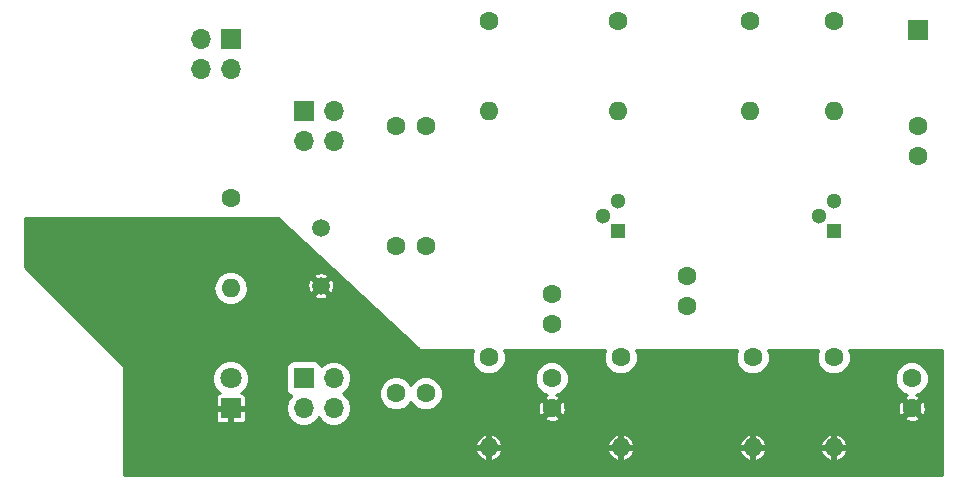
<source format=gbr>
G04 #@! TF.GenerationSoftware,KiCad,Pcbnew,(5.0.0)*
G04 #@! TF.CreationDate,2018-11-05T16:41:37+01:00*
G04 #@! TF.ProjectId,RF_transmitter,52465F7472616E736D69747465722E6B,rev?*
G04 #@! TF.SameCoordinates,Original*
G04 #@! TF.FileFunction,Copper,L2,Bot,Signal*
G04 #@! TF.FilePolarity,Positive*
%FSLAX46Y46*%
G04 Gerber Fmt 4.6, Leading zero omitted, Abs format (unit mm)*
G04 Created by KiCad (PCBNEW (5.0.0)) date 11/05/18 16:41:37*
%MOMM*%
%LPD*%
G01*
G04 APERTURE LIST*
G04 #@! TA.AperFunction,ComponentPad*
%ADD10C,1.600000*%
G04 #@! TD*
G04 #@! TA.AperFunction,ComponentPad*
%ADD11R,1.800000X1.800000*%
G04 #@! TD*
G04 #@! TA.AperFunction,ComponentPad*
%ADD12C,1.800000*%
G04 #@! TD*
G04 #@! TA.AperFunction,ComponentPad*
%ADD13R,1.700000X1.700000*%
G04 #@! TD*
G04 #@! TA.AperFunction,ComponentPad*
%ADD14O,1.700000X1.700000*%
G04 #@! TD*
G04 #@! TA.AperFunction,ComponentPad*
%ADD15R,1.300000X1.300000*%
G04 #@! TD*
G04 #@! TA.AperFunction,ComponentPad*
%ADD16C,1.300000*%
G04 #@! TD*
G04 #@! TA.AperFunction,ComponentPad*
%ADD17O,1.600000X1.600000*%
G04 #@! TD*
G04 #@! TA.AperFunction,ComponentPad*
%ADD18C,1.500000*%
G04 #@! TD*
G04 #@! TA.AperFunction,Conductor*
%ADD19C,0.254000*%
G04 #@! TD*
G04 APERTURE END LIST*
D10*
G04 #@! TO.P,C1,1*
G04 #@! TO.N,Net-(C1-Pad1)*
X84328000Y-69552079D03*
G04 #@! TO.P,C1,2*
G04 #@! TO.N,Net-(C1-Pad2)*
X81828000Y-69552079D03*
G04 #@! TD*
G04 #@! TO.P,C2,2*
G04 #@! TO.N,Net-(C2-Pad2)*
X81828000Y-92197000D03*
G04 #@! TO.P,C2,1*
G04 #@! TO.N,Net-(C1-Pad1)*
X84328000Y-92197000D03*
G04 #@! TD*
G04 #@! TO.P,C3,1*
G04 #@! TO.N,Net-(C1-Pad1)*
X84328000Y-79756000D03*
G04 #@! TO.P,C3,2*
G04 #@! TO.N,Net-(C3-Pad2)*
X81828000Y-79756000D03*
G04 #@! TD*
G04 #@! TO.P,C4,2*
G04 #@! TO.N,Net-(C4-Pad2)*
X94996000Y-86320000D03*
G04 #@! TO.P,C4,1*
G04 #@! TO.N,Net-(C1-Pad1)*
X94996000Y-83820000D03*
G04 #@! TD*
G04 #@! TO.P,C5,1*
G04 #@! TO.N,Net-(C4-Pad2)*
X94996000Y-90947000D03*
G04 #@! TO.P,C5,2*
G04 #@! TO.N,GND*
X94996000Y-93447000D03*
G04 #@! TD*
G04 #@! TO.P,C6,1*
G04 #@! TO.N,Net-(C6-Pad1)*
X106426000Y-82296000D03*
G04 #@! TO.P,C6,2*
G04 #@! TO.N,Net-(C4-Pad2)*
X106426000Y-84796000D03*
G04 #@! TD*
G04 #@! TO.P,C7,2*
G04 #@! TO.N,Net-(C7-Pad2)*
X125984000Y-72096000D03*
G04 #@! TO.P,C7,1*
G04 #@! TO.N,Net-(C7-Pad1)*
X125984000Y-69596000D03*
G04 #@! TD*
G04 #@! TO.P,C8,2*
G04 #@! TO.N,GND*
X125476000Y-93447000D03*
G04 #@! TO.P,C8,1*
G04 #@! TO.N,Net-(C8-Pad1)*
X125476000Y-90947000D03*
G04 #@! TD*
D11*
G04 #@! TO.P,D1,1*
G04 #@! TO.N,GND*
X67818000Y-93472000D03*
D12*
G04 #@! TO.P,D1,2*
G04 #@! TO.N,Net-(D1-Pad2)*
X67818000Y-90932000D03*
G04 #@! TD*
D13*
G04 #@! TO.P,J1,1*
G04 #@! TO.N,/VDD_3V0*
X67818000Y-62230000D03*
D14*
G04 #@! TO.P,J1,2*
G04 #@! TO.N,/VDD_3V0_IN*
X67818000Y-64770000D03*
G04 #@! TO.P,J1,3*
G04 #@! TO.N,/VDD_3V0*
X65278000Y-62230000D03*
G04 #@! TO.P,J1,4*
G04 #@! TO.N,/VDD_3V0_IN*
X65278000Y-64770000D03*
G04 #@! TD*
D13*
G04 #@! TO.P,J2,1*
G04 #@! TO.N,Net-(C7-Pad1)*
X125984000Y-61456000D03*
G04 #@! TD*
D15*
G04 #@! TO.P,Q1,1*
G04 #@! TO.N,Net-(C4-Pad2)*
X100584000Y-78486000D03*
D16*
G04 #@! TO.P,Q1,3*
G04 #@! TO.N,Net-(Q1-Pad3)*
X100584000Y-75946000D03*
G04 #@! TO.P,Q1,2*
G04 #@! TO.N,Net-(C1-Pad1)*
X99314000Y-77216000D03*
G04 #@! TD*
G04 #@! TO.P,Q2,2*
G04 #@! TO.N,Net-(C6-Pad1)*
X117602000Y-77216000D03*
G04 #@! TO.P,Q2,3*
G04 #@! TO.N,Net-(C7-Pad2)*
X118872000Y-75946000D03*
D15*
G04 #@! TO.P,Q2,1*
G04 #@! TO.N,Net-(C8-Pad1)*
X118872000Y-78486000D03*
G04 #@! TD*
D10*
G04 #@! TO.P,R1,1*
G04 #@! TO.N,/VDD_3V0_IN*
X67818000Y-75692000D03*
D17*
G04 #@! TO.P,R1,2*
G04 #@! TO.N,Net-(D1-Pad2)*
X67818000Y-83312000D03*
G04 #@! TD*
G04 #@! TO.P,R2,2*
G04 #@! TO.N,Net-(C1-Pad1)*
X89662000Y-68326000D03*
D10*
G04 #@! TO.P,R2,1*
G04 #@! TO.N,/VDD_3V0_IN*
X89662000Y-60706000D03*
G04 #@! TD*
G04 #@! TO.P,R3,1*
G04 #@! TO.N,Net-(C1-Pad1)*
X89662000Y-89154000D03*
D17*
G04 #@! TO.P,R3,2*
G04 #@! TO.N,GND*
X89662000Y-96774000D03*
G04 #@! TD*
G04 #@! TO.P,R4,2*
G04 #@! TO.N,Net-(Q1-Pad3)*
X100584000Y-68326000D03*
D10*
G04 #@! TO.P,R4,1*
G04 #@! TO.N,/VDD_3V0_IN*
X100584000Y-60706000D03*
G04 #@! TD*
G04 #@! TO.P,R5,1*
G04 #@! TO.N,Net-(C4-Pad2)*
X100838000Y-89154000D03*
D17*
G04 #@! TO.P,R5,2*
G04 #@! TO.N,GND*
X100838000Y-96774000D03*
G04 #@! TD*
G04 #@! TO.P,R6,2*
G04 #@! TO.N,Net-(C6-Pad1)*
X111760000Y-68326000D03*
D10*
G04 #@! TO.P,R6,1*
G04 #@! TO.N,/VDD_3V0_IN*
X111760000Y-60706000D03*
G04 #@! TD*
G04 #@! TO.P,R7,1*
G04 #@! TO.N,Net-(C6-Pad1)*
X112014000Y-89154000D03*
D17*
G04 #@! TO.P,R7,2*
G04 #@! TO.N,GND*
X112014000Y-96774000D03*
G04 #@! TD*
D10*
G04 #@! TO.P,R8,1*
G04 #@! TO.N,/VDD_3V0_IN*
X118872000Y-60706000D03*
D17*
G04 #@! TO.P,R8,2*
G04 #@! TO.N,Net-(C7-Pad2)*
X118872000Y-68326000D03*
G04 #@! TD*
G04 #@! TO.P,R9,2*
G04 #@! TO.N,GND*
X118872000Y-96774000D03*
D10*
G04 #@! TO.P,R9,1*
G04 #@! TO.N,Net-(C8-Pad1)*
X118872000Y-89154000D03*
G04 #@! TD*
D13*
G04 #@! TO.P,SW1,1*
G04 #@! TO.N,Net-(C3-Pad2)*
X73995000Y-68277079D03*
D14*
G04 #@! TO.P,SW1,2*
G04 #@! TO.N,Net-(C1-Pad2)*
X76535000Y-68277079D03*
G04 #@! TO.P,SW1,3*
G04 #@! TO.N,Net-(C3-Pad2)*
X73995000Y-70817079D03*
G04 #@! TO.P,SW1,4*
G04 #@! TO.N,Net-(C1-Pad2)*
X76535000Y-70817079D03*
G04 #@! TD*
G04 #@! TO.P,SW2,4*
G04 #@! TO.N,Net-(C2-Pad2)*
X76535000Y-93462000D03*
G04 #@! TO.P,SW2,3*
G04 #@! TO.N,Net-(C3-Pad2)*
X73995000Y-93462000D03*
G04 #@! TO.P,SW2,2*
G04 #@! TO.N,Net-(C2-Pad2)*
X76535000Y-90922000D03*
D13*
G04 #@! TO.P,SW2,1*
G04 #@! TO.N,Net-(C3-Pad2)*
X73995000Y-90922000D03*
G04 #@! TD*
D18*
G04 #@! TO.P,Y1,1*
G04 #@! TO.N,Net-(C3-Pad2)*
X75438000Y-78232000D03*
G04 #@! TO.P,Y1,2*
G04 #@! TO.N,GND*
X75438000Y-83112000D03*
G04 #@! TD*
D19*
G04 #@! TO.N,GND*
G36*
X83733205Y-88484713D02*
X83775292Y-88510870D01*
X83820000Y-88519000D01*
X88371793Y-88519000D01*
X88227000Y-88868561D01*
X88227000Y-89439439D01*
X88445466Y-89966862D01*
X88849138Y-90370534D01*
X89376561Y-90589000D01*
X89947439Y-90589000D01*
X90474862Y-90370534D01*
X90878534Y-89966862D01*
X91097000Y-89439439D01*
X91097000Y-88868561D01*
X90952207Y-88519000D01*
X99547793Y-88519000D01*
X99403000Y-88868561D01*
X99403000Y-89439439D01*
X99621466Y-89966862D01*
X100025138Y-90370534D01*
X100552561Y-90589000D01*
X101123439Y-90589000D01*
X101650862Y-90370534D01*
X102054534Y-89966862D01*
X102273000Y-89439439D01*
X102273000Y-88868561D01*
X102128207Y-88519000D01*
X110723793Y-88519000D01*
X110579000Y-88868561D01*
X110579000Y-89439439D01*
X110797466Y-89966862D01*
X111201138Y-90370534D01*
X111728561Y-90589000D01*
X112299439Y-90589000D01*
X112826862Y-90370534D01*
X113230534Y-89966862D01*
X113449000Y-89439439D01*
X113449000Y-88868561D01*
X113304207Y-88519000D01*
X117581793Y-88519000D01*
X117437000Y-88868561D01*
X117437000Y-89439439D01*
X117655466Y-89966862D01*
X118059138Y-90370534D01*
X118586561Y-90589000D01*
X119157439Y-90589000D01*
X119684862Y-90370534D01*
X120088534Y-89966862D01*
X120307000Y-89439439D01*
X120307000Y-88868561D01*
X120162207Y-88519000D01*
X128068000Y-88519000D01*
X128068000Y-99112000D01*
X58750328Y-99112000D01*
X58750328Y-97082487D01*
X88526134Y-97082487D01*
X88730650Y-97493682D01*
X89076955Y-97795312D01*
X89353515Y-97909855D01*
X89535000Y-97849276D01*
X89535000Y-96901000D01*
X89789000Y-96901000D01*
X89789000Y-97849276D01*
X89970485Y-97909855D01*
X90247045Y-97795312D01*
X90593350Y-97493682D01*
X90797866Y-97082487D01*
X99702134Y-97082487D01*
X99906650Y-97493682D01*
X100252955Y-97795312D01*
X100529515Y-97909855D01*
X100711000Y-97849276D01*
X100711000Y-96901000D01*
X100965000Y-96901000D01*
X100965000Y-97849276D01*
X101146485Y-97909855D01*
X101423045Y-97795312D01*
X101769350Y-97493682D01*
X101973866Y-97082487D01*
X110878134Y-97082487D01*
X111082650Y-97493682D01*
X111428955Y-97795312D01*
X111705515Y-97909855D01*
X111887000Y-97849276D01*
X111887000Y-96901000D01*
X112141000Y-96901000D01*
X112141000Y-97849276D01*
X112322485Y-97909855D01*
X112599045Y-97795312D01*
X112945350Y-97493682D01*
X113149866Y-97082487D01*
X117736134Y-97082487D01*
X117940650Y-97493682D01*
X118286955Y-97795312D01*
X118563515Y-97909855D01*
X118745000Y-97849276D01*
X118745000Y-96901000D01*
X118999000Y-96901000D01*
X118999000Y-97849276D01*
X119180485Y-97909855D01*
X119457045Y-97795312D01*
X119803350Y-97493682D01*
X120007866Y-97082487D01*
X119947890Y-96901000D01*
X118999000Y-96901000D01*
X118745000Y-96901000D01*
X117796110Y-96901000D01*
X117736134Y-97082487D01*
X113149866Y-97082487D01*
X113089890Y-96901000D01*
X112141000Y-96901000D01*
X111887000Y-96901000D01*
X110938110Y-96901000D01*
X110878134Y-97082487D01*
X101973866Y-97082487D01*
X101913890Y-96901000D01*
X100965000Y-96901000D01*
X100711000Y-96901000D01*
X99762110Y-96901000D01*
X99702134Y-97082487D01*
X90797866Y-97082487D01*
X90737890Y-96901000D01*
X89789000Y-96901000D01*
X89535000Y-96901000D01*
X88586110Y-96901000D01*
X88526134Y-97082487D01*
X58750328Y-97082487D01*
X58750328Y-96465513D01*
X88526134Y-96465513D01*
X88586110Y-96647000D01*
X89535000Y-96647000D01*
X89535000Y-95698724D01*
X89789000Y-95698724D01*
X89789000Y-96647000D01*
X90737890Y-96647000D01*
X90797866Y-96465513D01*
X99702134Y-96465513D01*
X99762110Y-96647000D01*
X100711000Y-96647000D01*
X100711000Y-95698724D01*
X100965000Y-95698724D01*
X100965000Y-96647000D01*
X101913890Y-96647000D01*
X101973866Y-96465513D01*
X110878134Y-96465513D01*
X110938110Y-96647000D01*
X111887000Y-96647000D01*
X111887000Y-95698724D01*
X112141000Y-95698724D01*
X112141000Y-96647000D01*
X113089890Y-96647000D01*
X113149866Y-96465513D01*
X117736134Y-96465513D01*
X117796110Y-96647000D01*
X118745000Y-96647000D01*
X118745000Y-95698724D01*
X118999000Y-95698724D01*
X118999000Y-96647000D01*
X119947890Y-96647000D01*
X120007866Y-96465513D01*
X119803350Y-96054318D01*
X119457045Y-95752688D01*
X119180485Y-95638145D01*
X118999000Y-95698724D01*
X118745000Y-95698724D01*
X118563515Y-95638145D01*
X118286955Y-95752688D01*
X117940650Y-96054318D01*
X117736134Y-96465513D01*
X113149866Y-96465513D01*
X112945350Y-96054318D01*
X112599045Y-95752688D01*
X112322485Y-95638145D01*
X112141000Y-95698724D01*
X111887000Y-95698724D01*
X111705515Y-95638145D01*
X111428955Y-95752688D01*
X111082650Y-96054318D01*
X110878134Y-96465513D01*
X101973866Y-96465513D01*
X101769350Y-96054318D01*
X101423045Y-95752688D01*
X101146485Y-95638145D01*
X100965000Y-95698724D01*
X100711000Y-95698724D01*
X100529515Y-95638145D01*
X100252955Y-95752688D01*
X99906650Y-96054318D01*
X99702134Y-96465513D01*
X90797866Y-96465513D01*
X90593350Y-96054318D01*
X90247045Y-95752688D01*
X89970485Y-95638145D01*
X89789000Y-95698724D01*
X89535000Y-95698724D01*
X89353515Y-95638145D01*
X89076955Y-95752688D01*
X88730650Y-96054318D01*
X88526134Y-96465513D01*
X58750328Y-96465513D01*
X58750328Y-93693250D01*
X66541000Y-93693250D01*
X66541000Y-94446990D01*
X66598395Y-94585553D01*
X66704447Y-94691605D01*
X66843010Y-94749000D01*
X67596750Y-94749000D01*
X67691000Y-94654750D01*
X67691000Y-93599000D01*
X67945000Y-93599000D01*
X67945000Y-94654750D01*
X68039250Y-94749000D01*
X68792990Y-94749000D01*
X68931553Y-94691605D01*
X69037605Y-94585553D01*
X69095000Y-94446990D01*
X69095000Y-93693250D01*
X69000750Y-93599000D01*
X67945000Y-93599000D01*
X67691000Y-93599000D01*
X66635250Y-93599000D01*
X66541000Y-93693250D01*
X58750328Y-93693250D01*
X58750328Y-93462000D01*
X72480908Y-93462000D01*
X72596161Y-94041418D01*
X72924375Y-94532625D01*
X73415582Y-94860839D01*
X73848744Y-94947000D01*
X74141256Y-94947000D01*
X74574418Y-94860839D01*
X75065625Y-94532625D01*
X75265000Y-94234239D01*
X75464375Y-94532625D01*
X75955582Y-94860839D01*
X76388744Y-94947000D01*
X76681256Y-94947000D01*
X77114418Y-94860839D01*
X77605625Y-94532625D01*
X77752003Y-94313554D01*
X94309051Y-94313554D01*
X94397329Y-94487065D01*
X94840916Y-94636996D01*
X95308113Y-94605761D01*
X95594671Y-94487065D01*
X95682949Y-94313554D01*
X124789051Y-94313554D01*
X124877329Y-94487065D01*
X125320916Y-94636996D01*
X125788113Y-94605761D01*
X126074671Y-94487065D01*
X126162949Y-94313554D01*
X125476000Y-93626605D01*
X124789051Y-94313554D01*
X95682949Y-94313554D01*
X94996000Y-93626605D01*
X94309051Y-94313554D01*
X77752003Y-94313554D01*
X77933839Y-94041418D01*
X78049092Y-93462000D01*
X77933839Y-92882582D01*
X77605625Y-92391375D01*
X77307239Y-92192000D01*
X77605625Y-91992625D01*
X77659790Y-91911561D01*
X80393000Y-91911561D01*
X80393000Y-92482439D01*
X80611466Y-93009862D01*
X81015138Y-93413534D01*
X81542561Y-93632000D01*
X82113439Y-93632000D01*
X82640862Y-93413534D01*
X83044534Y-93009862D01*
X83078000Y-92929068D01*
X83111466Y-93009862D01*
X83515138Y-93413534D01*
X84042561Y-93632000D01*
X84613439Y-93632000D01*
X85140862Y-93413534D01*
X85262480Y-93291916D01*
X93806004Y-93291916D01*
X93837239Y-93759113D01*
X93955935Y-94045671D01*
X94129446Y-94133949D01*
X94816395Y-93447000D01*
X95175605Y-93447000D01*
X95862554Y-94133949D01*
X96036065Y-94045671D01*
X96185996Y-93602084D01*
X96165260Y-93291916D01*
X124286004Y-93291916D01*
X124317239Y-93759113D01*
X124435935Y-94045671D01*
X124609446Y-94133949D01*
X125296395Y-93447000D01*
X125655605Y-93447000D01*
X126342554Y-94133949D01*
X126516065Y-94045671D01*
X126665996Y-93602084D01*
X126634761Y-93134887D01*
X126516065Y-92848329D01*
X126342554Y-92760051D01*
X125655605Y-93447000D01*
X125296395Y-93447000D01*
X124609446Y-92760051D01*
X124435935Y-92848329D01*
X124286004Y-93291916D01*
X96165260Y-93291916D01*
X96154761Y-93134887D01*
X96036065Y-92848329D01*
X95862554Y-92760051D01*
X95175605Y-93447000D01*
X94816395Y-93447000D01*
X94129446Y-92760051D01*
X93955935Y-92848329D01*
X93806004Y-93291916D01*
X85262480Y-93291916D01*
X85544534Y-93009862D01*
X85763000Y-92482439D01*
X85763000Y-91911561D01*
X85544534Y-91384138D01*
X85140862Y-90980466D01*
X84613439Y-90762000D01*
X84042561Y-90762000D01*
X83515138Y-90980466D01*
X83111466Y-91384138D01*
X83078000Y-91464932D01*
X83044534Y-91384138D01*
X82640862Y-90980466D01*
X82113439Y-90762000D01*
X81542561Y-90762000D01*
X81015138Y-90980466D01*
X80611466Y-91384138D01*
X80393000Y-91911561D01*
X77659790Y-91911561D01*
X77933839Y-91501418D01*
X78049092Y-90922000D01*
X77997288Y-90661561D01*
X93561000Y-90661561D01*
X93561000Y-91232439D01*
X93779466Y-91759862D01*
X94183138Y-92163534D01*
X94584044Y-92329595D01*
X94397329Y-92406935D01*
X94309051Y-92580446D01*
X94996000Y-93267395D01*
X95682949Y-92580446D01*
X95594671Y-92406935D01*
X95389037Y-92337431D01*
X95808862Y-92163534D01*
X96212534Y-91759862D01*
X96431000Y-91232439D01*
X96431000Y-90661561D01*
X124041000Y-90661561D01*
X124041000Y-91232439D01*
X124259466Y-91759862D01*
X124663138Y-92163534D01*
X125064044Y-92329595D01*
X124877329Y-92406935D01*
X124789051Y-92580446D01*
X125476000Y-93267395D01*
X126162949Y-92580446D01*
X126074671Y-92406935D01*
X125869037Y-92337431D01*
X126288862Y-92163534D01*
X126692534Y-91759862D01*
X126911000Y-91232439D01*
X126911000Y-90661561D01*
X126692534Y-90134138D01*
X126288862Y-89730466D01*
X125761439Y-89512000D01*
X125190561Y-89512000D01*
X124663138Y-89730466D01*
X124259466Y-90134138D01*
X124041000Y-90661561D01*
X96431000Y-90661561D01*
X96212534Y-90134138D01*
X95808862Y-89730466D01*
X95281439Y-89512000D01*
X94710561Y-89512000D01*
X94183138Y-89730466D01*
X93779466Y-90134138D01*
X93561000Y-90661561D01*
X77997288Y-90661561D01*
X77933839Y-90342582D01*
X77605625Y-89851375D01*
X77114418Y-89523161D01*
X76681256Y-89437000D01*
X76388744Y-89437000D01*
X75955582Y-89523161D01*
X75464375Y-89851375D01*
X75452184Y-89869619D01*
X75443157Y-89824235D01*
X75302809Y-89614191D01*
X75092765Y-89473843D01*
X74845000Y-89424560D01*
X73145000Y-89424560D01*
X72897235Y-89473843D01*
X72687191Y-89614191D01*
X72546843Y-89824235D01*
X72497560Y-90072000D01*
X72497560Y-91772000D01*
X72546843Y-92019765D01*
X72687191Y-92229809D01*
X72897235Y-92370157D01*
X72942619Y-92379184D01*
X72924375Y-92391375D01*
X72596161Y-92882582D01*
X72480908Y-93462000D01*
X58750328Y-93462000D01*
X58750328Y-90626670D01*
X66283000Y-90626670D01*
X66283000Y-91237330D01*
X66516690Y-91801507D01*
X66910183Y-92195000D01*
X66843010Y-92195000D01*
X66704447Y-92252395D01*
X66598395Y-92358447D01*
X66541000Y-92497010D01*
X66541000Y-93250750D01*
X66635250Y-93345000D01*
X67691000Y-93345000D01*
X67691000Y-93325000D01*
X67945000Y-93325000D01*
X67945000Y-93345000D01*
X69000750Y-93345000D01*
X69095000Y-93250750D01*
X69095000Y-92497010D01*
X69037605Y-92358447D01*
X68931553Y-92252395D01*
X68792990Y-92195000D01*
X68725817Y-92195000D01*
X69119310Y-91801507D01*
X69353000Y-91237330D01*
X69353000Y-90626670D01*
X69119310Y-90062493D01*
X68687507Y-89630690D01*
X68123330Y-89397000D01*
X67512670Y-89397000D01*
X66948493Y-89630690D01*
X66516690Y-90062493D01*
X66283000Y-90626670D01*
X58750328Y-90626670D01*
X58750328Y-89916000D01*
X58740661Y-89867399D01*
X58713131Y-89826197D01*
X52198934Y-83312000D01*
X66354887Y-83312000D01*
X66466260Y-83871909D01*
X66783423Y-84346577D01*
X67258091Y-84663740D01*
X67676667Y-84747000D01*
X67959333Y-84747000D01*
X68377909Y-84663740D01*
X68852577Y-84346577D01*
X69122736Y-83942254D01*
X74787351Y-83942254D01*
X74869472Y-84110578D01*
X75294888Y-84252131D01*
X75742091Y-84220111D01*
X76006528Y-84110578D01*
X76088649Y-83942254D01*
X75438000Y-83291605D01*
X74787351Y-83942254D01*
X69122736Y-83942254D01*
X69169740Y-83871909D01*
X69281113Y-83312000D01*
X69212864Y-82968888D01*
X74297869Y-82968888D01*
X74329889Y-83416091D01*
X74439422Y-83680528D01*
X74607746Y-83762649D01*
X75258395Y-83112000D01*
X75617605Y-83112000D01*
X76268254Y-83762649D01*
X76436578Y-83680528D01*
X76578131Y-83255112D01*
X76546111Y-82807909D01*
X76436578Y-82543472D01*
X76268254Y-82461351D01*
X75617605Y-83112000D01*
X75258395Y-83112000D01*
X74607746Y-82461351D01*
X74439422Y-82543472D01*
X74297869Y-82968888D01*
X69212864Y-82968888D01*
X69169740Y-82752091D01*
X68855466Y-82281746D01*
X74787351Y-82281746D01*
X75438000Y-82932395D01*
X76088649Y-82281746D01*
X76006528Y-82113422D01*
X75581112Y-81971869D01*
X75133909Y-82003889D01*
X74869472Y-82113422D01*
X74787351Y-82281746D01*
X68855466Y-82281746D01*
X68852577Y-82277423D01*
X68377909Y-81960260D01*
X67959333Y-81877000D01*
X67676667Y-81877000D01*
X67258091Y-81960260D01*
X66783423Y-82277423D01*
X66466260Y-82752091D01*
X66354887Y-83312000D01*
X52198934Y-83312000D01*
X50368328Y-81481394D01*
X50368328Y-77343000D01*
X71831830Y-77343000D01*
X83733205Y-88484713D01*
X83733205Y-88484713D01*
G37*
X83733205Y-88484713D02*
X83775292Y-88510870D01*
X83820000Y-88519000D01*
X88371793Y-88519000D01*
X88227000Y-88868561D01*
X88227000Y-89439439D01*
X88445466Y-89966862D01*
X88849138Y-90370534D01*
X89376561Y-90589000D01*
X89947439Y-90589000D01*
X90474862Y-90370534D01*
X90878534Y-89966862D01*
X91097000Y-89439439D01*
X91097000Y-88868561D01*
X90952207Y-88519000D01*
X99547793Y-88519000D01*
X99403000Y-88868561D01*
X99403000Y-89439439D01*
X99621466Y-89966862D01*
X100025138Y-90370534D01*
X100552561Y-90589000D01*
X101123439Y-90589000D01*
X101650862Y-90370534D01*
X102054534Y-89966862D01*
X102273000Y-89439439D01*
X102273000Y-88868561D01*
X102128207Y-88519000D01*
X110723793Y-88519000D01*
X110579000Y-88868561D01*
X110579000Y-89439439D01*
X110797466Y-89966862D01*
X111201138Y-90370534D01*
X111728561Y-90589000D01*
X112299439Y-90589000D01*
X112826862Y-90370534D01*
X113230534Y-89966862D01*
X113449000Y-89439439D01*
X113449000Y-88868561D01*
X113304207Y-88519000D01*
X117581793Y-88519000D01*
X117437000Y-88868561D01*
X117437000Y-89439439D01*
X117655466Y-89966862D01*
X118059138Y-90370534D01*
X118586561Y-90589000D01*
X119157439Y-90589000D01*
X119684862Y-90370534D01*
X120088534Y-89966862D01*
X120307000Y-89439439D01*
X120307000Y-88868561D01*
X120162207Y-88519000D01*
X128068000Y-88519000D01*
X128068000Y-99112000D01*
X58750328Y-99112000D01*
X58750328Y-97082487D01*
X88526134Y-97082487D01*
X88730650Y-97493682D01*
X89076955Y-97795312D01*
X89353515Y-97909855D01*
X89535000Y-97849276D01*
X89535000Y-96901000D01*
X89789000Y-96901000D01*
X89789000Y-97849276D01*
X89970485Y-97909855D01*
X90247045Y-97795312D01*
X90593350Y-97493682D01*
X90797866Y-97082487D01*
X99702134Y-97082487D01*
X99906650Y-97493682D01*
X100252955Y-97795312D01*
X100529515Y-97909855D01*
X100711000Y-97849276D01*
X100711000Y-96901000D01*
X100965000Y-96901000D01*
X100965000Y-97849276D01*
X101146485Y-97909855D01*
X101423045Y-97795312D01*
X101769350Y-97493682D01*
X101973866Y-97082487D01*
X110878134Y-97082487D01*
X111082650Y-97493682D01*
X111428955Y-97795312D01*
X111705515Y-97909855D01*
X111887000Y-97849276D01*
X111887000Y-96901000D01*
X112141000Y-96901000D01*
X112141000Y-97849276D01*
X112322485Y-97909855D01*
X112599045Y-97795312D01*
X112945350Y-97493682D01*
X113149866Y-97082487D01*
X117736134Y-97082487D01*
X117940650Y-97493682D01*
X118286955Y-97795312D01*
X118563515Y-97909855D01*
X118745000Y-97849276D01*
X118745000Y-96901000D01*
X118999000Y-96901000D01*
X118999000Y-97849276D01*
X119180485Y-97909855D01*
X119457045Y-97795312D01*
X119803350Y-97493682D01*
X120007866Y-97082487D01*
X119947890Y-96901000D01*
X118999000Y-96901000D01*
X118745000Y-96901000D01*
X117796110Y-96901000D01*
X117736134Y-97082487D01*
X113149866Y-97082487D01*
X113089890Y-96901000D01*
X112141000Y-96901000D01*
X111887000Y-96901000D01*
X110938110Y-96901000D01*
X110878134Y-97082487D01*
X101973866Y-97082487D01*
X101913890Y-96901000D01*
X100965000Y-96901000D01*
X100711000Y-96901000D01*
X99762110Y-96901000D01*
X99702134Y-97082487D01*
X90797866Y-97082487D01*
X90737890Y-96901000D01*
X89789000Y-96901000D01*
X89535000Y-96901000D01*
X88586110Y-96901000D01*
X88526134Y-97082487D01*
X58750328Y-97082487D01*
X58750328Y-96465513D01*
X88526134Y-96465513D01*
X88586110Y-96647000D01*
X89535000Y-96647000D01*
X89535000Y-95698724D01*
X89789000Y-95698724D01*
X89789000Y-96647000D01*
X90737890Y-96647000D01*
X90797866Y-96465513D01*
X99702134Y-96465513D01*
X99762110Y-96647000D01*
X100711000Y-96647000D01*
X100711000Y-95698724D01*
X100965000Y-95698724D01*
X100965000Y-96647000D01*
X101913890Y-96647000D01*
X101973866Y-96465513D01*
X110878134Y-96465513D01*
X110938110Y-96647000D01*
X111887000Y-96647000D01*
X111887000Y-95698724D01*
X112141000Y-95698724D01*
X112141000Y-96647000D01*
X113089890Y-96647000D01*
X113149866Y-96465513D01*
X117736134Y-96465513D01*
X117796110Y-96647000D01*
X118745000Y-96647000D01*
X118745000Y-95698724D01*
X118999000Y-95698724D01*
X118999000Y-96647000D01*
X119947890Y-96647000D01*
X120007866Y-96465513D01*
X119803350Y-96054318D01*
X119457045Y-95752688D01*
X119180485Y-95638145D01*
X118999000Y-95698724D01*
X118745000Y-95698724D01*
X118563515Y-95638145D01*
X118286955Y-95752688D01*
X117940650Y-96054318D01*
X117736134Y-96465513D01*
X113149866Y-96465513D01*
X112945350Y-96054318D01*
X112599045Y-95752688D01*
X112322485Y-95638145D01*
X112141000Y-95698724D01*
X111887000Y-95698724D01*
X111705515Y-95638145D01*
X111428955Y-95752688D01*
X111082650Y-96054318D01*
X110878134Y-96465513D01*
X101973866Y-96465513D01*
X101769350Y-96054318D01*
X101423045Y-95752688D01*
X101146485Y-95638145D01*
X100965000Y-95698724D01*
X100711000Y-95698724D01*
X100529515Y-95638145D01*
X100252955Y-95752688D01*
X99906650Y-96054318D01*
X99702134Y-96465513D01*
X90797866Y-96465513D01*
X90593350Y-96054318D01*
X90247045Y-95752688D01*
X89970485Y-95638145D01*
X89789000Y-95698724D01*
X89535000Y-95698724D01*
X89353515Y-95638145D01*
X89076955Y-95752688D01*
X88730650Y-96054318D01*
X88526134Y-96465513D01*
X58750328Y-96465513D01*
X58750328Y-93693250D01*
X66541000Y-93693250D01*
X66541000Y-94446990D01*
X66598395Y-94585553D01*
X66704447Y-94691605D01*
X66843010Y-94749000D01*
X67596750Y-94749000D01*
X67691000Y-94654750D01*
X67691000Y-93599000D01*
X67945000Y-93599000D01*
X67945000Y-94654750D01*
X68039250Y-94749000D01*
X68792990Y-94749000D01*
X68931553Y-94691605D01*
X69037605Y-94585553D01*
X69095000Y-94446990D01*
X69095000Y-93693250D01*
X69000750Y-93599000D01*
X67945000Y-93599000D01*
X67691000Y-93599000D01*
X66635250Y-93599000D01*
X66541000Y-93693250D01*
X58750328Y-93693250D01*
X58750328Y-93462000D01*
X72480908Y-93462000D01*
X72596161Y-94041418D01*
X72924375Y-94532625D01*
X73415582Y-94860839D01*
X73848744Y-94947000D01*
X74141256Y-94947000D01*
X74574418Y-94860839D01*
X75065625Y-94532625D01*
X75265000Y-94234239D01*
X75464375Y-94532625D01*
X75955582Y-94860839D01*
X76388744Y-94947000D01*
X76681256Y-94947000D01*
X77114418Y-94860839D01*
X77605625Y-94532625D01*
X77752003Y-94313554D01*
X94309051Y-94313554D01*
X94397329Y-94487065D01*
X94840916Y-94636996D01*
X95308113Y-94605761D01*
X95594671Y-94487065D01*
X95682949Y-94313554D01*
X124789051Y-94313554D01*
X124877329Y-94487065D01*
X125320916Y-94636996D01*
X125788113Y-94605761D01*
X126074671Y-94487065D01*
X126162949Y-94313554D01*
X125476000Y-93626605D01*
X124789051Y-94313554D01*
X95682949Y-94313554D01*
X94996000Y-93626605D01*
X94309051Y-94313554D01*
X77752003Y-94313554D01*
X77933839Y-94041418D01*
X78049092Y-93462000D01*
X77933839Y-92882582D01*
X77605625Y-92391375D01*
X77307239Y-92192000D01*
X77605625Y-91992625D01*
X77659790Y-91911561D01*
X80393000Y-91911561D01*
X80393000Y-92482439D01*
X80611466Y-93009862D01*
X81015138Y-93413534D01*
X81542561Y-93632000D01*
X82113439Y-93632000D01*
X82640862Y-93413534D01*
X83044534Y-93009862D01*
X83078000Y-92929068D01*
X83111466Y-93009862D01*
X83515138Y-93413534D01*
X84042561Y-93632000D01*
X84613439Y-93632000D01*
X85140862Y-93413534D01*
X85262480Y-93291916D01*
X93806004Y-93291916D01*
X93837239Y-93759113D01*
X93955935Y-94045671D01*
X94129446Y-94133949D01*
X94816395Y-93447000D01*
X95175605Y-93447000D01*
X95862554Y-94133949D01*
X96036065Y-94045671D01*
X96185996Y-93602084D01*
X96165260Y-93291916D01*
X124286004Y-93291916D01*
X124317239Y-93759113D01*
X124435935Y-94045671D01*
X124609446Y-94133949D01*
X125296395Y-93447000D01*
X125655605Y-93447000D01*
X126342554Y-94133949D01*
X126516065Y-94045671D01*
X126665996Y-93602084D01*
X126634761Y-93134887D01*
X126516065Y-92848329D01*
X126342554Y-92760051D01*
X125655605Y-93447000D01*
X125296395Y-93447000D01*
X124609446Y-92760051D01*
X124435935Y-92848329D01*
X124286004Y-93291916D01*
X96165260Y-93291916D01*
X96154761Y-93134887D01*
X96036065Y-92848329D01*
X95862554Y-92760051D01*
X95175605Y-93447000D01*
X94816395Y-93447000D01*
X94129446Y-92760051D01*
X93955935Y-92848329D01*
X93806004Y-93291916D01*
X85262480Y-93291916D01*
X85544534Y-93009862D01*
X85763000Y-92482439D01*
X85763000Y-91911561D01*
X85544534Y-91384138D01*
X85140862Y-90980466D01*
X84613439Y-90762000D01*
X84042561Y-90762000D01*
X83515138Y-90980466D01*
X83111466Y-91384138D01*
X83078000Y-91464932D01*
X83044534Y-91384138D01*
X82640862Y-90980466D01*
X82113439Y-90762000D01*
X81542561Y-90762000D01*
X81015138Y-90980466D01*
X80611466Y-91384138D01*
X80393000Y-91911561D01*
X77659790Y-91911561D01*
X77933839Y-91501418D01*
X78049092Y-90922000D01*
X77997288Y-90661561D01*
X93561000Y-90661561D01*
X93561000Y-91232439D01*
X93779466Y-91759862D01*
X94183138Y-92163534D01*
X94584044Y-92329595D01*
X94397329Y-92406935D01*
X94309051Y-92580446D01*
X94996000Y-93267395D01*
X95682949Y-92580446D01*
X95594671Y-92406935D01*
X95389037Y-92337431D01*
X95808862Y-92163534D01*
X96212534Y-91759862D01*
X96431000Y-91232439D01*
X96431000Y-90661561D01*
X124041000Y-90661561D01*
X124041000Y-91232439D01*
X124259466Y-91759862D01*
X124663138Y-92163534D01*
X125064044Y-92329595D01*
X124877329Y-92406935D01*
X124789051Y-92580446D01*
X125476000Y-93267395D01*
X126162949Y-92580446D01*
X126074671Y-92406935D01*
X125869037Y-92337431D01*
X126288862Y-92163534D01*
X126692534Y-91759862D01*
X126911000Y-91232439D01*
X126911000Y-90661561D01*
X126692534Y-90134138D01*
X126288862Y-89730466D01*
X125761439Y-89512000D01*
X125190561Y-89512000D01*
X124663138Y-89730466D01*
X124259466Y-90134138D01*
X124041000Y-90661561D01*
X96431000Y-90661561D01*
X96212534Y-90134138D01*
X95808862Y-89730466D01*
X95281439Y-89512000D01*
X94710561Y-89512000D01*
X94183138Y-89730466D01*
X93779466Y-90134138D01*
X93561000Y-90661561D01*
X77997288Y-90661561D01*
X77933839Y-90342582D01*
X77605625Y-89851375D01*
X77114418Y-89523161D01*
X76681256Y-89437000D01*
X76388744Y-89437000D01*
X75955582Y-89523161D01*
X75464375Y-89851375D01*
X75452184Y-89869619D01*
X75443157Y-89824235D01*
X75302809Y-89614191D01*
X75092765Y-89473843D01*
X74845000Y-89424560D01*
X73145000Y-89424560D01*
X72897235Y-89473843D01*
X72687191Y-89614191D01*
X72546843Y-89824235D01*
X72497560Y-90072000D01*
X72497560Y-91772000D01*
X72546843Y-92019765D01*
X72687191Y-92229809D01*
X72897235Y-92370157D01*
X72942619Y-92379184D01*
X72924375Y-92391375D01*
X72596161Y-92882582D01*
X72480908Y-93462000D01*
X58750328Y-93462000D01*
X58750328Y-90626670D01*
X66283000Y-90626670D01*
X66283000Y-91237330D01*
X66516690Y-91801507D01*
X66910183Y-92195000D01*
X66843010Y-92195000D01*
X66704447Y-92252395D01*
X66598395Y-92358447D01*
X66541000Y-92497010D01*
X66541000Y-93250750D01*
X66635250Y-93345000D01*
X67691000Y-93345000D01*
X67691000Y-93325000D01*
X67945000Y-93325000D01*
X67945000Y-93345000D01*
X69000750Y-93345000D01*
X69095000Y-93250750D01*
X69095000Y-92497010D01*
X69037605Y-92358447D01*
X68931553Y-92252395D01*
X68792990Y-92195000D01*
X68725817Y-92195000D01*
X69119310Y-91801507D01*
X69353000Y-91237330D01*
X69353000Y-90626670D01*
X69119310Y-90062493D01*
X68687507Y-89630690D01*
X68123330Y-89397000D01*
X67512670Y-89397000D01*
X66948493Y-89630690D01*
X66516690Y-90062493D01*
X66283000Y-90626670D01*
X58750328Y-90626670D01*
X58750328Y-89916000D01*
X58740661Y-89867399D01*
X58713131Y-89826197D01*
X52198934Y-83312000D01*
X66354887Y-83312000D01*
X66466260Y-83871909D01*
X66783423Y-84346577D01*
X67258091Y-84663740D01*
X67676667Y-84747000D01*
X67959333Y-84747000D01*
X68377909Y-84663740D01*
X68852577Y-84346577D01*
X69122736Y-83942254D01*
X74787351Y-83942254D01*
X74869472Y-84110578D01*
X75294888Y-84252131D01*
X75742091Y-84220111D01*
X76006528Y-84110578D01*
X76088649Y-83942254D01*
X75438000Y-83291605D01*
X74787351Y-83942254D01*
X69122736Y-83942254D01*
X69169740Y-83871909D01*
X69281113Y-83312000D01*
X69212864Y-82968888D01*
X74297869Y-82968888D01*
X74329889Y-83416091D01*
X74439422Y-83680528D01*
X74607746Y-83762649D01*
X75258395Y-83112000D01*
X75617605Y-83112000D01*
X76268254Y-83762649D01*
X76436578Y-83680528D01*
X76578131Y-83255112D01*
X76546111Y-82807909D01*
X76436578Y-82543472D01*
X76268254Y-82461351D01*
X75617605Y-83112000D01*
X75258395Y-83112000D01*
X74607746Y-82461351D01*
X74439422Y-82543472D01*
X74297869Y-82968888D01*
X69212864Y-82968888D01*
X69169740Y-82752091D01*
X68855466Y-82281746D01*
X74787351Y-82281746D01*
X75438000Y-82932395D01*
X76088649Y-82281746D01*
X76006528Y-82113422D01*
X75581112Y-81971869D01*
X75133909Y-82003889D01*
X74869472Y-82113422D01*
X74787351Y-82281746D01*
X68855466Y-82281746D01*
X68852577Y-82277423D01*
X68377909Y-81960260D01*
X67959333Y-81877000D01*
X67676667Y-81877000D01*
X67258091Y-81960260D01*
X66783423Y-82277423D01*
X66466260Y-82752091D01*
X66354887Y-83312000D01*
X52198934Y-83312000D01*
X50368328Y-81481394D01*
X50368328Y-77343000D01*
X71831830Y-77343000D01*
X83733205Y-88484713D01*
G04 #@! TD*
M02*

</source>
